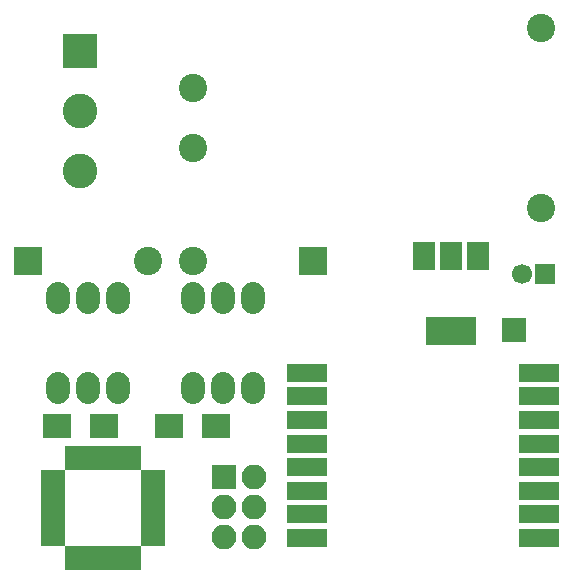
<source format=gts>
G04 #@! TF.FileFunction,Soldermask,Top*
%FSLAX46Y46*%
G04 Gerber Fmt 4.6, Leading zero omitted, Abs format (unit mm)*
G04 Created by KiCad (PCBNEW 4.0.5-e0-6337~49~ubuntu16.04.1) date Wed Jan 18 08:16:45 2017*
%MOMM*%
%LPD*%
G01*
G04 APERTURE LIST*
%ADD10C,0.100000*%
%ADD11R,3.400000X1.600000*%
%ADD12R,1.700000X1.700000*%
%ADD13C,1.700000*%
%ADD14C,2.398980*%
%ADD15R,2.398980X2.398980*%
%ADD16R,2.940000X2.940000*%
%ADD17C,2.940000*%
%ADD18C,2.400000*%
%ADD19O,2.000000X2.700000*%
%ADD20R,0.950000X2.000000*%
%ADD21R,2.000000X0.950000*%
%ADD22R,2.100000X2.100000*%
%ADD23O,2.100000X2.100000*%
%ADD24R,4.200000X2.400000*%
%ADD25R,1.900000X2.400000*%
%ADD26R,2.400000X2.100000*%
G04 APERTURE END LIST*
D10*
D11*
X180470000Y-125095000D03*
X180470000Y-123095000D03*
X180470000Y-121095000D03*
X180470000Y-119095000D03*
X180470000Y-117095000D03*
X180470000Y-115095000D03*
X180470000Y-113095000D03*
X180470000Y-111095000D03*
X160770000Y-111095000D03*
X160770000Y-113095000D03*
X160770000Y-115095000D03*
X160770000Y-117095000D03*
X160770000Y-119095000D03*
X160770000Y-121095000D03*
X160770000Y-123095000D03*
X160770000Y-125095000D03*
D12*
X180975000Y-102743000D03*
D13*
X178975000Y-102743000D03*
D14*
X147320000Y-101597460D03*
D15*
X137160000Y-101597460D03*
D16*
X141605000Y-83820000D03*
D17*
X141605000Y-88900000D03*
X141605000Y-93980000D03*
D14*
X151130000Y-101602540D03*
D15*
X161290000Y-101602540D03*
D18*
X151130000Y-86995000D03*
X151130000Y-92075000D03*
X180594000Y-81915000D03*
X180594000Y-97155000D03*
D19*
X139700000Y-112395000D03*
X142240000Y-112395000D03*
X144780000Y-112395000D03*
X144780000Y-104775000D03*
X142240000Y-104775000D03*
X139700000Y-104775000D03*
X151130000Y-112395000D03*
X153670000Y-112395000D03*
X156210000Y-112395000D03*
X156210000Y-104775000D03*
X153670000Y-104775000D03*
X151130000Y-104775000D03*
D20*
X140710000Y-126805000D03*
X141510000Y-126805000D03*
X142310000Y-126805000D03*
X143110000Y-126805000D03*
X143910000Y-126805000D03*
X144710000Y-126805000D03*
X145510000Y-126805000D03*
X146310000Y-126805000D03*
D21*
X147760000Y-125355000D03*
X147760000Y-124555000D03*
X147760000Y-123755000D03*
X147760000Y-122955000D03*
X147760000Y-122155000D03*
X147760000Y-121355000D03*
X147760000Y-120555000D03*
X147760000Y-119755000D03*
D20*
X146310000Y-118305000D03*
X145510000Y-118305000D03*
X144710000Y-118305000D03*
X143910000Y-118305000D03*
X143110000Y-118305000D03*
X142310000Y-118305000D03*
X141510000Y-118305000D03*
X140710000Y-118305000D03*
D21*
X139260000Y-119755000D03*
X139260000Y-120555000D03*
X139260000Y-121355000D03*
X139260000Y-122155000D03*
X139260000Y-122955000D03*
X139260000Y-123755000D03*
X139260000Y-124555000D03*
X139260000Y-125355000D03*
D22*
X153797000Y-119888000D03*
D23*
X156337000Y-119888000D03*
X153797000Y-122428000D03*
X156337000Y-122428000D03*
X153797000Y-124968000D03*
X156337000Y-124968000D03*
D24*
X172974000Y-107544000D03*
D25*
X172974000Y-101244000D03*
X170674000Y-101244000D03*
X175274000Y-101244000D03*
D22*
X178308000Y-107442000D03*
D26*
X139605000Y-115570000D03*
X143605000Y-115570000D03*
X153130000Y-115570000D03*
X149130000Y-115570000D03*
M02*

</source>
